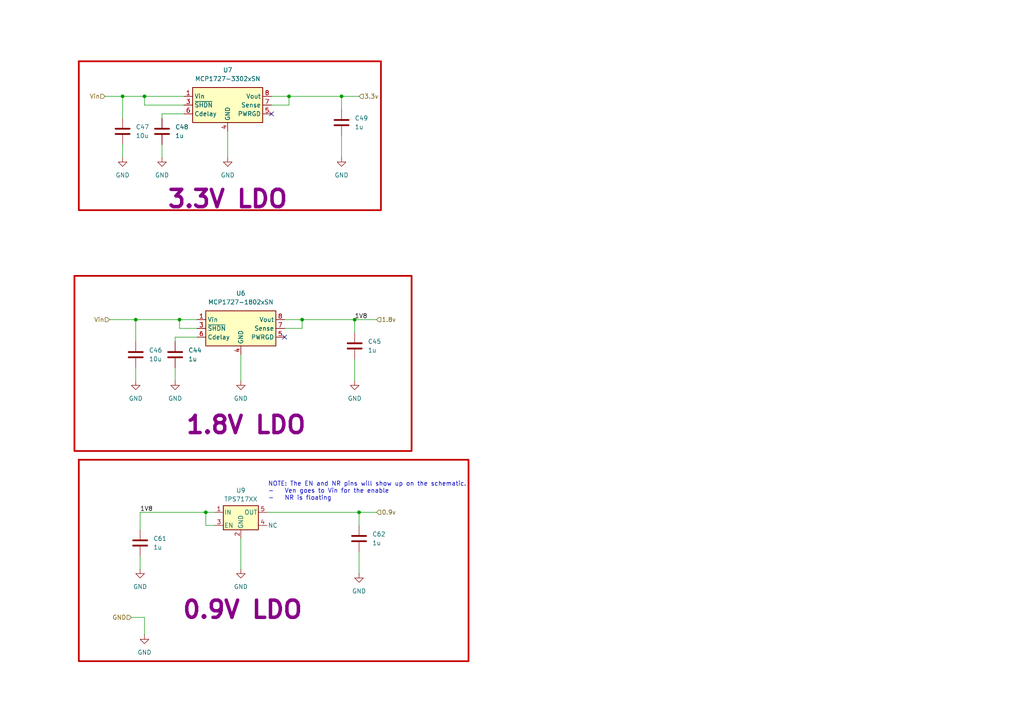
<source format=kicad_sch>
(kicad_sch (version 20250114) (generator "eeschema") (generator_version "9.0")
  (paper "A4")
  (title_block (title "Hi-Fidelity USB DAC Amplifier") (date "2025-11-19") (rev "1.0") (company "Personal Project - Kettering University") (comment 1 "Designed by Dan Abidov & Luke Stirzinger") (comment 2 "Based on XMOS Xu316 and ES9039Q2M"))
  (lib_symbols
    (symbol "Device:C" (pin_numbers (hide yes)) (pin_names (offset 0.254))
      (property "Reference" "C" (at 0.635 2.54 0))
      (property "Value" "C" (at 0.635 -2.54 0))
      (symbol "C_0_1"
        (polyline (pts (xy -2.032 0.762) (xy 2.032 0.762)) (stroke (width 0.508)))
        (polyline (pts (xy -2.032 -0.762) (xy 2.032 -0.762)) (stroke (width 0.508)))
      )
      (symbol "C_1_1"
        (pin passive line (at 0 3.81 270) (length 2.794) (name "~") (number "1"))
        (pin passive line (at 0 -3.81 90) (length 2.794) (name "~") (number "2"))
      )
    )
    (symbol "Regulator_Linear:MCP1727-1802xSN"
      (property "Reference" "U" (at -7.62 8.89 0))
      (property "Value" "MCP1727-1802xSN" (at 11.43 8.89 0))
      (symbol "MCP1727-1802xSN_0_0"
        (pin input line (at -12.7 -2.54 0) (length 2.54) (name "Cdelay") (number "6"))
        (pin power_out line (at 12.7 2.54 180) (length 2.54) (name "Vout") (number "8"))
        (pin input line (at 12.7 0 180) (length 2.54) (name "Sense") (number "7"))
        (pin open_collector line (at 12.7 -2.54 180) (length 2.54) (name "PWRGD") (number "5"))
      )
      (symbol "MCP1727-1802xSN_0_1"
        (rectangle (start -10.16 5.08) (end 10.16 -5.08) (stroke (width 0.254)) (fill (type background)))
      )
      (symbol "MCP1727-1802xSN_1_1"
        (pin power_in line (at -12.7 2.54 0) (length 2.54) (name "Vin") (number "1"))
        (pin passive line (at -12.7 2.54 0) (length 2.54) (hide yes) (name "Vin") (number "2"))
        (pin input line (at -12.7 0 0) (length 2.54) (name "~{SHDN}") (number "3"))
        (pin power_in line (at 0 -7.62 90) (length 2.54) (name "GND") (number "4"))
      )
    )
    (symbol "Regulator_Linear:MCP1727-3302xSN"
      (property "Reference" "U" (at -7.62 8.89 0))
      (property "Value" "MCP1727-3302xSN" (at 11.43 8.89 0))
      (symbol "MCP1727-3302xSN_0_0"
        (pin input line (at -12.7 -2.54 0) (length 2.54) (name "Cdelay") (number "6"))
        (pin power_out line (at 12.7 2.54 180) (length 2.54) (name "Vout") (number "8"))
        (pin input line (at 12.7 0 180) (length 2.54) (name "Sense") (number "7"))
        (pin open_collector line (at 12.7 -2.54 180) (length 2.54) (name "PWRGD") (number "5"))
      )
      (symbol "MCP1727-3302xSN_0_1"
        (rectangle (start -10.16 5.08) (end 10.16 -5.08) (stroke (width 0.254)) (fill (type background)))
      )
      (symbol "MCP1727-3302xSN_1_1"
        (pin power_in line (at -12.7 2.54 0) (length 2.54) (name "Vin") (number "1"))
        (pin passive line (at -12.7 2.54 0) (length 2.54) (hide yes) (name "Vin") (number "2"))
        (pin input line (at -12.7 0 0) (length 2.54) (name "~{SHDN}") (number "3"))
        (pin power_in line (at 0 -7.62 90) (length 2.54) (name "GND") (number "4"))
      )
    )
    (symbol "Regulator_Linear:TPS71518__SC70" (pin_names (offset 0.254))
      (property "Reference" "U9" (at 0 6.35 0))
      (property "Value" "TPS717XX" (at 0 3.81 0))
      (symbol "TPS71518__SC70_0_1"
        (rectangle (start -5.08 1.905) (end 5.08 -5.08) (stroke (width 0.254)) (fill (type background)))
      )
      (symbol "TPS71518__SC70_1_1"
        (pin power_in line (at -7.62 0 0) (length 2.54) (name "IN") (number "1"))
        (pin input line (at -7.62 -3.81 0) (length 2.54) (name "EN") (number "3"))
        (pin power_in line (at 0 -7.62 90) (length 2.54) (name "GND") (number "2"))
        (pin input line (at 5.08 -3.81 0) (length 2.54) (name "NC") (number "4"))
        (pin power_out line (at 7.62 0 180) (length 2.54) (name "OUT") (number "5"))
      )
    )
    (symbol "power:GND" (power) (pin_numbers (hide yes)) (pin_names (offset 0) (hide yes))
      (property "Value" "GND" (at 0 -3.81 0))
      (symbol "GND_0_1"
        (polyline (pts (xy 0 0) (xy 0 -1.27) (xy 1.27 -1.27) (xy 0 -2.54) (xy -1.27 -1.27) (xy 0 -1.27)))
      )
      (symbol "GND_1_1"
        (pin power_in line (at 0 0 270) (length 0) (name "~") (number "1"))
      )
    )
  )
  (rectangle (start 21.59 80.01) (end 119.38 130.81) (stroke (width 0.5) (color 194 0 0 1)))
  (rectangle (start 22.86 17.78) (end 110.49 60.96) (stroke (width 0.5) (color 194 0 0 1)))
  (rectangle (start 22.86 133.35) (end 135.89 191.77) (stroke (width 0.5) (color 194 0 0 1)))
  (text "3.3V LDO" (at 66.04 57.912 0) (effects (font (size 5 5) (thickness 1) (bold yes))))
  (text "NOTE: The EN and NR pins will show up on the schematic.\n-	Ven goes to Vin for the enable\n-	NR is floating" (at 77.724 142.494 0) (effects (font (size 1.27 1.27)) (justify left)))
  (text "1.8V LDO" (at 71.374 123.444 0) (effects (font (size 5 5) (thickness 1) (bold yes))))
  (text "0.9V LDO" (at 70.358 177.038 0) (effects (font (size 5 5) (thickness 1) (bold yes))))
  (junction (at 83.82 27.94))
  (junction (at 87.63 92.71))
  (junction (at 39.37 92.71))
  (junction (at 59.69 148.59))
  (junction (at 35.56 27.94))
  (junction (at 102.87 92.71))
  (junction (at 104.14 148.59))
  (junction (at 41.91 27.94))
  (junction (at 52.07 92.71))
  (junction (at 99.06 27.94))
  (no_connect (at 82.55 97.79))
  (no_connect (at 78.74 33.02))
  (wire (pts (xy 104.14 160.02) (xy 104.14 166.37)))
  (wire (pts (xy 83.82 30.48) (xy 83.82 27.94)))
  (wire (pts (xy 87.63 95.25) (xy 87.63 92.71)))
  (wire (pts (xy 69.85 156.21) (xy 69.85 165.1)))
  (wire (pts (xy 39.37 99.06) (xy 39.37 92.71)))
  (wire (pts (xy 102.87 104.14) (xy 102.87 110.49)))
  (wire (pts (xy 52.07 95.25) (xy 52.07 92.71)))
  (wire (pts (xy 102.87 96.52) (xy 102.87 92.71)))
  (wire (pts (xy 53.34 30.48) (xy 41.91 30.48)))
  (wire (pts (xy 62.23 152.4) (xy 59.69 152.4)))
  (wire (pts (xy 77.47 148.59) (xy 104.14 148.59)))
  (wire (pts (xy 41.91 27.94) (xy 35.56 27.94)))
  (wire (pts (xy 78.74 30.48) (xy 83.82 30.48)))
  (wire (pts (xy 50.8 97.79) (xy 50.8 99.06)))
  (wire (pts (xy 40.64 153.67) (xy 40.64 148.59)))
  (wire (pts (xy 46.99 33.02) (xy 46.99 34.29)))
  (wire (pts (xy 104.14 152.4) (xy 104.14 148.59)))
  (wire (pts (xy 53.34 33.02) (xy 46.99 33.02)))
  (wire (pts (xy 41.91 179.07) (xy 41.91 184.15)))
  (wire (pts (xy 46.99 41.91) (xy 46.99 45.72)))
  (wire (pts (xy 53.34 27.94) (xy 41.91 27.94)))
  (wire (pts (xy 59.69 152.4) (xy 59.69 148.59)))
  (wire (pts (xy 82.55 95.25) (xy 87.63 95.25)))
  (wire (pts (xy 109.22 92.71) (xy 102.87 92.71)))
  (wire (pts (xy 82.55 92.71) (xy 87.63 92.71)))
  (wire (pts (xy 35.56 41.91) (xy 35.56 45.72)))
  (wire (pts (xy 57.15 97.79) (xy 50.8 97.79)))
  (wire (pts (xy 66.04 38.1) (xy 66.04 45.72)))
  (wire (pts (xy 52.07 92.71) (xy 39.37 92.71)))
  (wire (pts (xy 39.37 106.68) (xy 39.37 110.49)))
  (wire (pts (xy 99.06 27.94) (xy 104.14 27.94)))
  (wire (pts (xy 31.75 92.71) (xy 39.37 92.71)))
  (wire (pts (xy 50.8 106.68) (xy 50.8 110.49)))
  (wire (pts (xy 38.1 179.07) (xy 41.91 179.07)))
  (wire (pts (xy 104.14 148.59) (xy 109.22 148.59)))
  (wire (pts (xy 30.48 27.94) (xy 35.56 27.94)))
  (wire (pts (xy 69.85 102.87) (xy 69.85 110.49)))
  (wire (pts (xy 78.74 27.94) (xy 83.82 27.94)))
  (wire (pts (xy 83.82 27.94) (xy 99.06 27.94)))
  (wire (pts (xy 59.69 148.59) (xy 40.64 148.59)))
  (wire (pts (xy 41.91 30.48) (xy 41.91 27.94)))
  (wire (pts (xy 62.23 148.59) (xy 59.69 148.59)))
  (wire (pts (xy 40.64 161.29) (xy 40.64 165.1)))
  (wire (pts (xy 57.15 92.71) (xy 52.07 92.71)))
  (wire (pts (xy 35.56 34.29) (xy 35.56 27.94)))
  (wire (pts (xy 57.15 95.25) (xy 52.07 95.25)))
  (wire (pts (xy 99.06 31.75) (xy 99.06 27.94)))
  (wire (pts (xy 99.06 39.37) (xy 99.06 45.72)))
  (wire (pts (xy 87.63 92.71) (xy 102.87 92.71)))
  (label "1V8" (at 40.64 148.59 0))
  (label "1V8" (at 102.87 92.71 0))
  (hierarchical_label "GND" (shape input) (at 38.1 179.07 180))
  (hierarchical_label "Vin" (shape input) (at 31.75 92.71 180))
  (hierarchical_label "0.9v" (shape input) (at 109.22 148.59 0))
  (hierarchical_label "Vin" (shape input) (at 30.48 27.94 180))
  (hierarchical_label "1.8v" (shape input) (at 109.22 92.71 0))
  (hierarchical_label "3.3v" (shape input) (at 104.14 27.94 0))
  (symbol (lib_id "power:GND") (at 66.04 45.72 0) (unit 1)
    (property "Reference" "#PWR054" (effects (hide yes)))
    (property "Value" "GND" (at 66.04 50.8 0))
    (property "Description" "Power symbol creates a global label with name \"GND\" , ground" (effects (hide yes)))
  )
  (symbol (lib_id "power:GND") (at 41.91 184.15 0) (unit 1)
    (property "Reference" "#PWR079" (effects (hide yes)))
    (property "Value" "GND" (at 41.91 189.23 0))
    (property "Description" "Power symbol creates a global label with name \"GND\" , ground" (effects (hide yes)))
  )
  (symbol (lib_id "Device:C") (at 46.99 38.1 0) (unit 1)
    (property "Reference" "C48" (at 50.8 36.8299 0) (effects (justify left)))
    (property "Value" "1u" (at 50.8 39.3699 0) (effects (justify left)))
    (property "Footprint" "Capacitor_SMD:C_0805_2012Metric_Pad1.18x1.45mm_HandSolder" (effects (hide yes)))
    (property "Description" "Unpolarized capacitor" (effects (hide yes)))
  )
  (symbol (lib_id "power:GND") (at 99.06 45.72 0) (unit 1)
    (property "Reference" "#PWR055" (effects (hide yes)))
    (property "Value" "GND" (at 99.06 50.8 0))
    (property "Description" "Power symbol creates a global label with name \"GND\" , ground" (effects (hide yes)))
  )
  (symbol (lib_id "power:GND") (at 46.99 45.72 0) (unit 1)
    (property "Reference" "#PWR053" (effects (hide yes)))
    (property "Value" "GND" (at 46.99 50.8 0))
    (property "Description" "Power symbol creates a global label with name \"GND\" , ground" (effects (hide yes)))
  )
  (symbol (lib_id "Regulator_Linear:MCP1727-3302xSN") (at 66.04 30.48 0) (unit 1)
    (property "Reference" "U7" (at 66.04 20.32 0))
    (property "Value" "MCP1727-3302xSN" (at 66.04 22.86 0))
    (property "Footprint" "Package_SO:SOIC-8_3.9x4.9mm_P1.27mm" (effects (hide yes)))
    (property "Datasheet" "https://ww1.microchip.com/downloads/aemtest/APID/ProductDocuments/DataSheets/MCP1727-1.5A-Low-Voltage-Low-Quiescent-Current-LDO-Regulator-20001999D.pdf" (effects (hide yes)))
    (property "Description" "1.5A, Low Voltage, Low Quiescent Current LDO Regulator, 2.3 - 6V Input, Fixed 3.3V Output, 330mV Dropout, SOIC-8" (effects (hide yes)))
  )
  (symbol (lib_id "power:GND") (at 69.85 165.1 0) (unit 1)
    (property "Reference" "#PWR078" (effects (hide yes)))
    (property "Value" "GND" (at 69.85 170.18 0))
    (property "Description" "Power symbol creates a global label with name \"GND\" , ground" (effects (hide yes)))
  )
  (symbol (lib_id "power:GND") (at 69.85 110.49 0) (unit 1)
    (property "Reference" "#PWR048" (effects (hide yes)))
    (property "Value" "GND" (at 69.85 115.57 0))
    (property "Description" "Power symbol creates a global label with name \"GND\" , ground" (effects (hide yes)))
  )
  (symbol (lib_id "power:GND") (at 39.37 110.49 0) (unit 1)
    (property "Reference" "#PWR051" (effects (hide yes)))
    (property "Value" "GND" (at 39.37 115.57 0))
    (property "Description" "Power symbol creates a global label with name \"GND\" , ground" (effects (hide yes)))
  )
  (symbol (lib_id "Device:C") (at 99.06 35.56 0) (unit 1)
    (property "Reference" "C49" (at 102.87 34.2899 0) (effects (justify left)))
    (property "Value" "1u" (at 102.87 36.8299 0) (effects (justify left)))
    (property "Footprint" "Capacitor_SMD:C_0805_2012Metric_Pad1.18x1.45mm_HandSolder" (effects (hide yes)))
    (property "Description" "Unpolarized capacitor" (effects (hide yes)))
  )
  (symbol (lib_id "power:GND") (at 102.87 110.49 0) (unit 1)
    (property "Reference" "#PWR049" (effects (hide yes)))
    (property "Value" "GND" (at 102.87 115.57 0))
    (property "Description" "Power symbol creates a global label with name \"GND\" , ground" (effects (hide yes)))
  )
  (symbol (lib_id "power:GND") (at 104.14 166.37 0) (unit 1)
    (property "Reference" "#PWR077" (effects (hide yes)))
    (property "Value" "GND" (at 104.14 171.45 0))
    (property "Description" "Power symbol creates a global label with name \"GND\" , ground" (effects (hide yes)))
  )
  (symbol (lib_id "Device:C") (at 35.56 38.1 0) (unit 1)
    (property "Reference" "C47" (at 39.37 36.8299 0) (effects (justify left)))
    (property "Value" "10u" (at 39.37 39.3699 0) (effects (justify left)))
    (property "Footprint" "Capacitor_SMD:C_0805_2012Metric_Pad1.18x1.45mm_HandSolder" (effects (hide yes)))
    (property "Description" "Unpolarized capacitor" (effects (hide yes)))
  )
  (symbol (lib_id "Device:C") (at 102.87 100.33 0) (unit 1)
    (property "Reference" "C45" (at 106.68 99.0599 0) (effects (justify left)))
    (property "Value" "1u" (at 106.68 101.5999 0) (effects (justify left)))
    (property "Footprint" "Capacitor_SMD:C_0805_2012Metric_Pad1.18x1.45mm_HandSolder" (effects (hide yes)))
    (property "Description" "Unpolarized capacitor" (effects (hide yes)))
  )
  (symbol (lib_id "Device:C") (at 104.14 156.21 0) (unit 1)
    (property "Reference" "C62" (at 107.95 154.9399 0) (effects (justify left)))
    (property "Value" "1u" (at 107.95 157.4799 0) (effects (justify left)))
    (property "Footprint" "Capacitor_SMD:C_0805_2012Metric_Pad1.18x1.45mm_HandSolder" (effects (hide yes)))
    (property "Description" "Unpolarized capacitor" (effects (hide yes)))
  )
  (symbol (lib_id "Device:C") (at 39.37 102.87 0) (unit 1)
    (property "Reference" "C46" (at 43.18 101.5999 0) (effects (justify left)))
    (property "Value" "10u" (at 43.18 104.1399 0) (effects (justify left)))
    (property "Footprint" "Capacitor_SMD:C_0805_2012Metric_Pad1.18x1.45mm_HandSolder" (effects (hide yes)))
    (property "Description" "Unpolarized capacitor" (effects (hide yes)))
  )
  (symbol (lib_id "Regulator_Linear:MCP1727-1802xSN") (at 69.85 95.25 0) (unit 1)
    (property "Reference" "U6" (at 69.85 85.09 0))
    (property "Value" "MCP1727-1802xSN" (at 69.85 87.63 0))
    (property "Footprint" "Package_SO:SOIC-8_3.9x4.9mm_P1.27mm" (effects (hide yes)))
    (property "Datasheet" "https://ww1.microchip.com/downloads/aemtest/APID/ProductDocuments/DataSheets/MCP1727-1.5A-Low-Voltage-Low-Quiescent-Current-LDO-Regulator-20001999D.pdf" (effects (hide yes)))
    (property "Description" "1.5A, Low Voltage, Low Quiescent Current LDO Regulator, 2.3 - 6V Input, Fixed 1.8V Output, 330mV Dropout, SOIC-8" (effects (hide yes)))
  )
  (symbol (lib_id "power:GND") (at 35.56 45.72 0) (unit 1)
    (property "Reference" "#PWR052" (effects (hide yes)))
    (property "Value" "GND" (at 35.56 50.8 0))
    (property "Description" "Power symbol creates a global label with name \"GND\" , ground" (effects (hide yes)))
  )
  (symbol (lib_id "Device:C") (at 50.8 102.87 0) (unit 1)
    (property "Reference" "C44" (at 54.61 101.5999 0) (effects (justify left)))
    (property "Value" "1u" (at 54.61 104.1399 0) (effects (justify left)))
    (property "Footprint" "Capacitor_SMD:C_0805_2012Metric_Pad1.18x1.45mm_HandSolder" (effects (hide yes)))
    (property "Description" "Unpolarized capacitor" (effects (hide yes)))
  )
  (symbol (lib_id "Regulator_Linear:TPS71518__SC70") (at 69.85 148.59 0) (unit 1)
    (property "Reference" "U9" (at 69.85 142.24 0))
    (property "Value" "TPS717XX" (at 69.85 144.78 0))
    (property "Footprint" "Package_TO_SOT_SMD:SOT-353_SC-70-5" (effects (hide yes)))
    (property "Datasheet" "http://www.ti.com/lit/ds/symlink/tps715.pdf" (effects (hide yes)))
    (property "Description" "Low-drop Voltage Regulator, Io up to 50mA, Fixed Vo 1.8V, Ignd 3.2uA , SC70." (effects (hide yes)))
  )
  (symbol (lib_id "Device:C") (at 40.64 157.48 0) (unit 1)
    (property "Reference" "C61" (at 44.45 156.2099 0) (effects (justify left)))
    (property "Value" "1u" (at 44.45 158.7499 0) (effects (justify left)))
    (property "Footprint" "Capacitor_SMD:C_0805_2012Metric_Pad1.18x1.45mm_HandSolder" (effects (hide yes)))
    (property "Description" "Unpolarized capacitor" (effects (hide yes)))
  )
  (symbol (lib_id "power:GND") (at 40.64 165.1 0) (unit 1)
    (property "Reference" "#PWR075" (effects (hide yes)))
    (property "Value" "GND" (at 40.64 170.18 0))
    (property "Description" "Power symbol creates a global label with name \"GND\" , ground" (effects (hide yes)))
  )
  (symbol (lib_id "power:GND") (at 50.8 110.49 0) (unit 1)
    (property "Reference" "#PWR050" (effects (hide yes)))
    (property "Value" "GND" (at 50.8 115.57 0))
    (property "Description" "Power symbol creates a global label with name \"GND\" , ground" (effects (hide yes)))
  )
)
</source>
